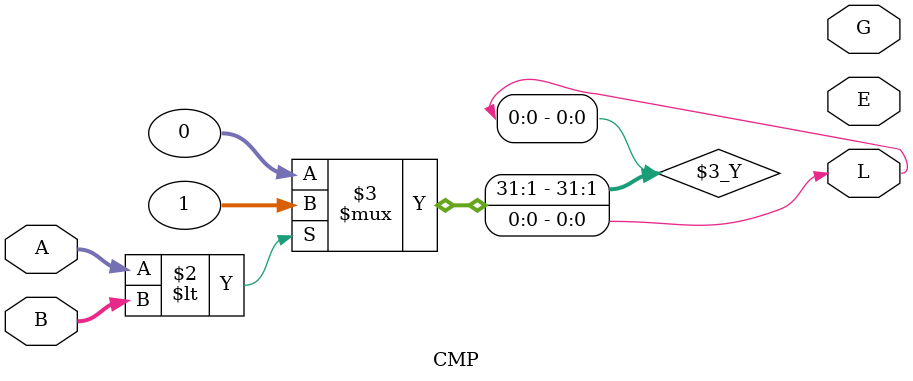
<source format=v>
module LateralDistanceCalc(clk, rst, start, x, v, distance, done);
    input clk;
    input rst;
    input start;
    input [15:0] x;
    input [15:0] v;
    output [15:0] distance;
    output done;

    wire [15:0] high16 = 16'B0000100000000000;
    wire [3:0] high4 = 4'B0001;
    wire [3:0] seven = 4'B0111;

    //multiplier
    wire [15:0] multiplier_input1_wire;
    wire [15:0] multiplier_input2_wire;
    wire [15:0] multiplier_output_wire;

    //wires of term : 
    wire [15:0] term_input_wire;
    wire [15:0] term_output_wire;

    //wires of expression : 
    wire [15:0] expression_input_wire;
    wire [15:0] expression_output_wire;

    //wires of counter :
    wire [3:0] counter_output_wire;

    //adder
    wire [15:0] adder_output_wire;

    //ROM
    wire [15:0] rom_output_wire;

     //compare
    wire L, E, G;

    //declaring wires : 
    wire load_term, load_expression, inc, load_counter, c1, c2, c3, c4, c5, c6, c7, c8; //control unit output wires

    ControlUnit controlUnit(clk, rst, start, L, load_term, load_expression, inc, load_counter, c1, c2, c3, c4, c5, c6, c7, c8, done);
    FourBitCounter counter4(clk, load_counter, rst, inc, high4, counter_output_wire);
    CMP cmp (counter_output_wire, seven, L, E, G);

    //term
    TriState tri_ (term_input_wire, high16, c7);
    TriState tri2 (term_input_wire, multiplier_output_wire, c8); // khoroji mult

    //expression
    TriState tri3 (expression_input_wire, high16, c7);
    TriState tri4 (expression_input_wire, adder_output_wire, c8); // khoroj adder

    Register term(clk, load_term, rst, term_input_wire, term_output_wire);
    Register expression(clk, load_expression, rst, expression_input_wire, expression_output_wire);

    FixedPointAdder adder(expression_output_wire, term_output_wire, adder_output_wire);
    FixedPointMultiplier multiplier(multiplier_input1_wire, multiplier_input2_wire, multiplier_output_wire);

    ROM rom(counter_output_wire, rom_output_wire);

    //multiplier
    TriState tri5 (multiplier_input1_wire, term_output_wire, c1);
    TriState tri6 (multiplier_input1_wire, v, c2);
    TriState tri7 (multiplier_input2_wire, expression_output_wire, c3);
    TriState tri8 (multiplier_input2_wire, rom_output_wire, c4);
    TriState tri9 (multiplier_input2_wire, x, c5);

    //distance
    TriState tri10 (distance, multiplier_output_wire, c6);

    // always @(multiplier_output_wire)
    //     begin
    //         $display("state -> %b mult => %b * %b = %b", state, multiplier_input1_wire, multiplier_input2_wire, multiplier_output_wire);
    //     end
endmodule


module TriState(out, in, control);
    input [15:0] in;
    output [15:0] out;
    input control;

    assign out = control ? in : 16'Bzzzzzzzzzzzzzzzz;
endmodule

module ROM(address, out);
    input [3:0] address;
    output reg [15:0] out;

    always @(address) 
        begin
            if (address == 1) out = 16'Hfc00;
            else if (address == 2) out = 16'Hff55;
            else if (address == 3) out = 16'Hffbc;
            else if (address == 4) out = 16'Hffdb;
            else if (address == 5) out = 16'Hffe9;
            else if (address == 6) out = 16'Hfff0;
            else if (address == 7) out = 16'Hfff5; 
        end
endmodule

module ControlUnit(clk, rst, start, L, load_term, load_expression, inc, load_counter, c1, c2, c3, c4, c5, c6, c7, c8, done_signal);
    input start, L, clk, rst;
    output reg load_counter, load_expression, load_term;
    output reg c1, c2, c3, c4, c5, c6, c7, c8, done_signal, inc;

    reg [6:0] state = 7'B0000001; //one's hot

    // start for CU
    always @(negedge start)
        begin
            c1 = 0;
            c2 = 0;
            c3 = 0;
            c4 = 0;
            c5 = 0;
            c6 = 0;
            c7 = 1;
            c8 = 0;
            load_term = 1;
            load_expression = 1;
            inc = 0;
            load_counter = 1;
            done_signal = 0;
            state = 7'B0000010;
        end

    // control unit 
    always @(posedge clk or posedge rst) 
        begin
            //if (state != 1) $display("state : %d -> ",state);
            if (rst)
                begin
                    c1 = 0;
                    c2 = 0;
                    c3 = 0;
                    c4 = 0;
                    c5 = 0;
                    c6 = 0;
                    c7 = 0;
                    c8 = 0;
                    load_term = 0;
                    load_expression = 0;
                    inc = 0;
                    load_counter = 0;
                    done_signal = 0;                    
                    state = 7'B0000001; 
                end
            else
                begin
                    if (state == 7'B0000010)
                        begin
                            c1 = 1;
                            c2 = 0;
                            c3 = 0;
                            c4 = 1;
                            c5 = 0;
                            c6 = 0;
                            c7 = 0;
                            c8 = 1;
                            load_term = 1;
                            load_expression = 0;
                            inc = 0;
                            load_counter = 0;
                            done_signal = 0;
                            state = 7'B0000100;
                        end
                    else if (state == 7'B0000100)
                        begin
                            c1 = 1;
                            c2 = 0;
                            c3 = 0;
                            c4 = 0;
                            c5 = 1;
                            c6 = 0;
                            c7 = 0;
                            c8 = 1;
                            load_term = 1;
                            load_expression = 0;
                            inc = 0;
                            load_counter = 0;
                            done_signal = 0;
                            state = 7'B0001000;                            
                        end
                    else if (state == 7'B0001000)
                        begin
                            c1 = 1;
                            c2 = 0;
                            c3 = 0;
                            c4 = 0;
                            c5 = 1;
                            c6 = 0;
                            c7 = 0;
                            c8 = 1;
                            load_term = 1;
                            load_expression = 0;
                            inc = 0;
                            load_counter = 0;
                            done_signal = 0;
                            state = 7'B0010000;                             
                        end
                    else if (state == 7'B0010000)
                        begin
                            c1 = 0;
                            c2 = 0;
                            c3 = 0;
                            c4 = 0;
                            c5 = 0;
                            c6 = 0;
                            c7 = 0;
                            c8 = 1;
                            inc = 1;
                            load_term = 0;
                            load_expression = 1;
                            load_counter = 0;
                            done_signal = 0;
                            state = 7'B0100000;                              
                        end
                    else if (state == 7'B0100000)
                        begin
                            if (L)
                                begin
                                    c1 = 1;
                                    c2 = 0;
                                    c3 = 0;
                                    c4 = 1;
                                    c5 = 0;
                                    c6 = 0;
                                    c7 = 0;
                                    c8 = 1;
                                    inc = 0;
                                    load_term = 1;
                                    load_expression = 0;
                                    load_counter = 0;
                                    done_signal = 0;
                                    state = 7'B0000100;
                                end
                            else
                                begin
                                    c1 = 0;
                                    c2 = 1;
                                    c3 = 1;
                                    c4 = 0;
                                    c5 = 0;
                                    c6 = 1;
                                    c7 = 0;
                                    c8 = 1;
                                    load_term = 0;
                                    load_expression = 0;
                                    inc = 0;
                                    load_counter = 0;
                                    done_signal = 1;
                                    state = 7'B1000000;  
                                end                             
                        end
                    else if (state == 7'B1000000)
                        begin
                            c1 = 0;
                            c2 = 1;
                            c3 = 1;
                            c4 = 0;
                            c5 = 0;
                            c6 = 1;
                            c7 = 0;
                            c8 = 1;
                            load_term = 0;
                            load_expression = 0;
                            inc = 0;
                            load_counter = 0;
                            done_signal = 1;
                            state = 7'B0000001;                             
                        end
                end
        end
endmodule

module FixedPointAdder(in1, in2, out);
    input [15:0] in1;
    input [15:0] in2;
    output [15:0] out;

    assign out = in1 + in2;
endmodule

module FixedPointMultiplier(A, B, out);
    input [15:0] A;
    input [15:0] B;
    output reg [15:0] out;

    reg [15:0] op1;
    reg [15:0] op2;
    
    reg sign;

    reg [31:0] multiplicand;
    reg [31:0] accumulator;

    reg [5:0] i;

    always @(A or B) 
        begin
            sign = A[15] ^ B[15];
            op1 = (A ^ {16{A[15]}}) + A[15];
            op2 = (B ^ {16{B[15]}}) + B[15];

            multiplicand = op1;
            accumulator = 0;

        for (i = 0; i < 16; i = i + 1) 
            begin
                if (op2[0] == 1'b1)
                    accumulator = accumulator + multiplicand;

                    multiplicand = multiplicand << 1;
                    op2 = op2 >> 1;
            end
            out = (accumulator[26:11] ^ {16{sign}}) + sign;
        end
endmodule

module Register(clk, load, reset, in, out);
    parameter bandwidth = 16;

    input clk; 
    input load;
    input reset;
    input [bandwidth-1:0] in;
    output reg [bandwidth-1:0] out;

    always @(posedge clk or posedge reset) 
        begin
            if (reset)
                out = 0;
            else if(load)
                out = in; 
        end
endmodule

module FourBitCounter(clk, load, reset, inc, in, out);
    input clk; 
    input load;
    input reset;
    input inc;
    input [3:0] in;
    output reg [3:0] out;

    always @(posedge clk or posedge reset) 
        begin
            if (reset)
                out = 0;
            else if (inc)
                out = out + 1;
            else if(load)
                out = in;
        end
endmodule

module CMP(A, B, L, E, G);
    input [3:0] A;
    input [3:0] B;
    output L, E, G;

    assign L = A < B ? 1 : 0;
endmodule



</source>
